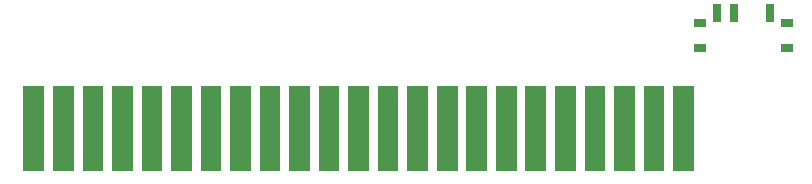
<source format=gbp>
G04 Layer: BottomPasteMaskLayer*
G04 EasyEDA v5.9.42, Mon, 13 May 2019 22:36:32 GMT*
G04 18fdc59d78804919a667ee1bdc29a187*
G04 Gerber Generator version 0.2*
G04 Scale: 100 percent, Rotated: No, Reflected: No *
G04 Dimensions in inches *
G04 leading zeros omitted , absolute positions ,2 integer and 4 decimal *
%FSLAX24Y24*%
%MOIN*%
G90*
G70D02*

%ADD17R,0.039400X0.031500*%
%ADD18R,0.027600X0.059100*%

%LPD*%
G54D17*
G01X33971Y4245D03*
G01X33971Y5105D03*
G01X31051Y5105D03*
G01X31051Y4245D03*
G54D18*
G01X33401Y5415D03*
G01X32211Y5415D03*
G01X31621Y5415D03*
G36*
G01X30167Y2981D02*
G01X30856Y2981D01*
G01X30856Y166D01*
G01X30167Y166D01*
G01X30167Y2981D01*
G37*
G36*
G01X29182Y2981D02*
G01X29871Y2981D01*
G01X29871Y166D01*
G01X29182Y166D01*
G01X29182Y2981D01*
G37*
G36*
G01X28198Y2981D02*
G01X28887Y2981D01*
G01X28887Y166D01*
G01X28198Y166D01*
G01X28198Y2981D01*
G37*
G36*
G01X27214Y2981D02*
G01X27903Y2981D01*
G01X27903Y166D01*
G01X27214Y166D01*
G01X27214Y2981D01*
G37*
G36*
G01X26230Y2981D02*
G01X26919Y2981D01*
G01X26919Y166D01*
G01X26230Y166D01*
G01X26230Y2981D01*
G37*
G36*
G01X25245Y2981D02*
G01X25934Y2981D01*
G01X25934Y166D01*
G01X25245Y166D01*
G01X25245Y2981D01*
G37*
G36*
G01X24261Y2981D02*
G01X24950Y2981D01*
G01X24950Y166D01*
G01X24261Y166D01*
G01X24261Y2981D01*
G37*
G36*
G01X23277Y2981D02*
G01X23966Y2981D01*
G01X23966Y166D01*
G01X23277Y166D01*
G01X23277Y2981D01*
G37*
G36*
G01X22293Y2981D02*
G01X22982Y2981D01*
G01X22982Y166D01*
G01X22293Y166D01*
G01X22293Y2981D01*
G37*
G36*
G01X21308Y2981D02*
G01X21997Y2981D01*
G01X21997Y166D01*
G01X21308Y166D01*
G01X21308Y2981D01*
G37*
G36*
G01X20324Y2981D02*
G01X21013Y2981D01*
G01X21013Y166D01*
G01X20324Y166D01*
G01X20324Y2981D01*
G37*
G36*
G01X19340Y2981D02*
G01X20029Y2981D01*
G01X20029Y166D01*
G01X19340Y166D01*
G01X19340Y2981D01*
G37*
G36*
G01X18356Y2981D02*
G01X19045Y2981D01*
G01X19045Y166D01*
G01X18356Y166D01*
G01X18356Y2981D01*
G37*
G36*
G01X17371Y2981D02*
G01X18060Y2981D01*
G01X18060Y166D01*
G01X17371Y166D01*
G01X17371Y2981D01*
G37*
G36*
G01X16387Y2981D02*
G01X17076Y2981D01*
G01X17076Y166D01*
G01X16387Y166D01*
G01X16387Y2981D01*
G37*
G36*
G01X15403Y2981D02*
G01X16092Y2981D01*
G01X16092Y166D01*
G01X15403Y166D01*
G01X15403Y2981D01*
G37*
G36*
G01X14419Y2981D02*
G01X15108Y2981D01*
G01X15108Y166D01*
G01X14419Y166D01*
G01X14419Y2981D01*
G37*
G36*
G01X13434Y2981D02*
G01X14123Y2981D01*
G01X14123Y166D01*
G01X13434Y166D01*
G01X13434Y2981D01*
G37*
G36*
G01X12450Y2981D02*
G01X13139Y2981D01*
G01X13139Y166D01*
G01X12450Y166D01*
G01X12450Y2981D01*
G37*
G36*
G01X11466Y2981D02*
G01X12155Y2981D01*
G01X12155Y166D01*
G01X11466Y166D01*
G01X11466Y2981D01*
G37*
G36*
G01X10482Y2981D02*
G01X11171Y2981D01*
G01X11171Y166D01*
G01X10482Y166D01*
G01X10482Y2981D01*
G37*
G36*
G01X9497Y2981D02*
G01X10186Y2981D01*
G01X10186Y166D01*
G01X9497Y166D01*
G01X9497Y2981D01*
G37*
G36*
G01X8513Y2981D02*
G01X9202Y2981D01*
G01X9202Y166D01*
G01X8513Y166D01*
G01X8513Y2981D01*
G37*
M00*
M02*

</source>
